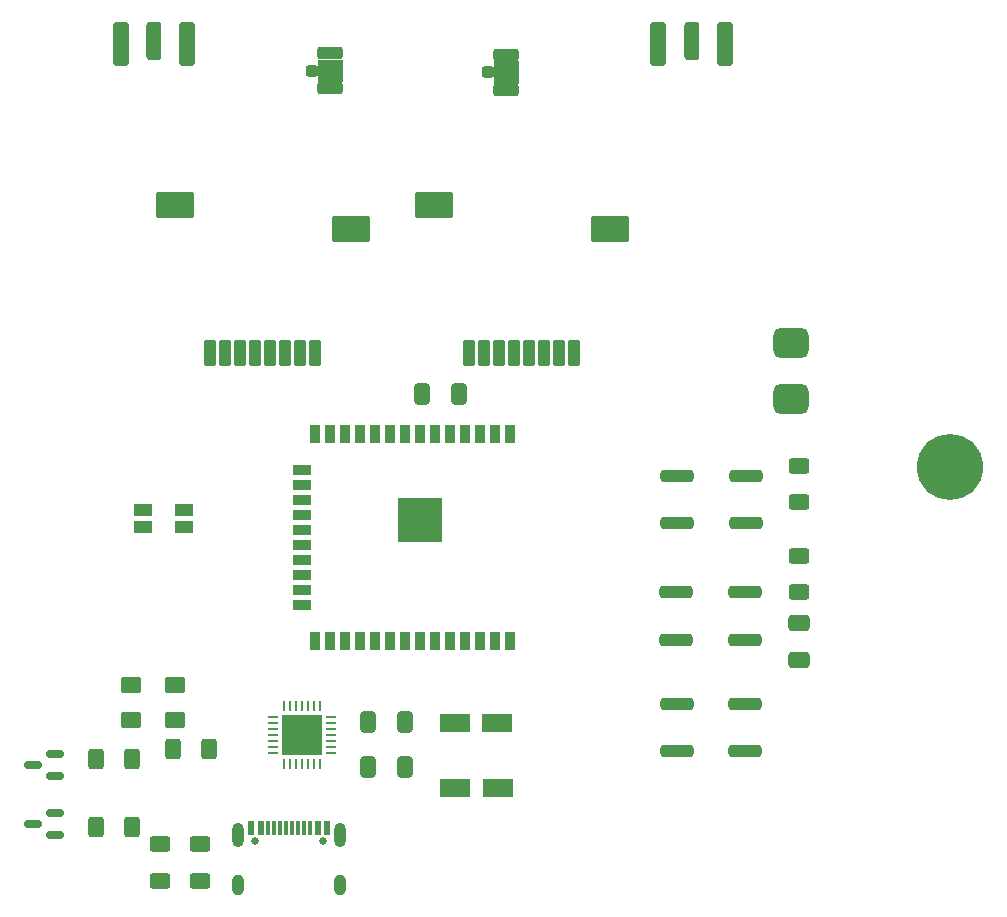
<source format=gbr>
%TF.GenerationSoftware,KiCad,Pcbnew,9.0.7*%
%TF.CreationDate,2026-01-28T06:25:16-03:00*%
%TF.ProjectId,jammerBT_v4,6a616d6d-6572-4425-945f-76342e6b6963,rev?*%
%TF.SameCoordinates,Original*%
%TF.FileFunction,Soldermask,Top*%
%TF.FilePolarity,Negative*%
%FSLAX46Y46*%
G04 Gerber Fmt 4.6, Leading zero omitted, Abs format (unit mm)*
G04 Created by KiCad (PCBNEW 9.0.7) date 2026-01-28 06:25:16*
%MOMM*%
%LPD*%
G01*
G04 APERTURE LIST*
G04 Aperture macros list*
%AMRoundRect*
0 Rectangle with rounded corners*
0 $1 Rounding radius*
0 $2 $3 $4 $5 $6 $7 $8 $9 X,Y pos of 4 corners*
0 Add a 4 corners polygon primitive as box body*
4,1,4,$2,$3,$4,$5,$6,$7,$8,$9,$2,$3,0*
0 Add four circle primitives for the rounded corners*
1,1,$1+$1,$2,$3*
1,1,$1+$1,$4,$5*
1,1,$1+$1,$6,$7*
1,1,$1+$1,$8,$9*
0 Add four rect primitives between the rounded corners*
20,1,$1+$1,$2,$3,$4,$5,0*
20,1,$1+$1,$4,$5,$6,$7,0*
20,1,$1+$1,$6,$7,$8,$9,0*
20,1,$1+$1,$8,$9,$2,$3,0*%
G04 Aperture macros list end*
%ADD10C,5.600000*%
%ADD11RoundRect,0.250000X-0.625000X0.400000X-0.625000X-0.400000X0.625000X-0.400000X0.625000X0.400000X0*%
%ADD12R,0.900000X1.500000*%
%ADD13R,1.500000X0.900000*%
%ADD14C,0.600000*%
%ADD15R,3.800000X3.800000*%
%ADD16RoundRect,0.250000X-1.050000X-0.550000X1.050000X-0.550000X1.050000X0.550000X-1.050000X0.550000X0*%
%ADD17RoundRect,0.250000X-1.150000X-0.250000X1.150000X-0.250000X1.150000X0.250000X-1.150000X0.250000X0*%
%ADD18RoundRect,0.250000X0.412500X0.650000X-0.412500X0.650000X-0.412500X-0.650000X0.412500X-0.650000X0*%
%ADD19RoundRect,0.250000X0.385000X1.350000X-0.385000X1.350000X-0.385000X-1.350000X0.385000X-1.350000X0*%
%ADD20RoundRect,0.250000X0.425000X1.600000X-0.425000X1.600000X-0.425000X-1.600000X0.425000X-1.600000X0*%
%ADD21RoundRect,0.250000X0.400000X0.625000X-0.400000X0.625000X-0.400000X-0.625000X0.400000X-0.625000X0*%
%ADD22RoundRect,0.250001X0.624999X-0.462499X0.624999X0.462499X-0.624999X0.462499X-0.624999X-0.462499X0*%
%ADD23RoundRect,0.150000X0.587500X0.150000X-0.587500X0.150000X-0.587500X-0.150000X0.587500X-0.150000X0*%
%ADD24RoundRect,0.101600X0.400000X-1.000000X0.400000X1.000000X-0.400000X1.000000X-0.400000X-1.000000X0*%
%ADD25RoundRect,0.101600X1.500000X1.000000X-1.500000X1.000000X-1.500000X-1.000000X1.500000X-1.000000X0*%
%ADD26RoundRect,0.250000X0.625000X-0.400000X0.625000X0.400000X-0.625000X0.400000X-0.625000X-0.400000X0*%
%ADD27C,0.650000*%
%ADD28R,0.600000X1.240000*%
%ADD29R,0.300000X1.240000*%
%ADD30O,1.000000X2.100000*%
%ADD31O,1.000000X1.800000*%
%ADD32R,1.500000X1.000000*%
%ADD33RoundRect,0.250000X-0.412500X-0.650000X0.412500X-0.650000X0.412500X0.650000X-0.412500X0.650000X0*%
%ADD34RoundRect,0.250000X-0.275000X-0.250000X0.275000X-0.250000X0.275000X0.250000X-0.275000X0.250000X0*%
%ADD35RoundRect,0.250000X-0.850000X-0.275000X0.850000X-0.275000X0.850000X0.275000X-0.850000X0.275000X0*%
%ADD36RoundRect,0.250000X0.650000X-0.412500X0.650000X0.412500X-0.650000X0.412500X-0.650000X-0.412500X0*%
%ADD37RoundRect,0.650000X0.850000X-0.650000X0.850000X0.650000X-0.850000X0.650000X-0.850000X-0.650000X0*%
%ADD38RoundRect,0.062500X0.062500X-0.337500X0.062500X0.337500X-0.062500X0.337500X-0.062500X-0.337500X0*%
%ADD39RoundRect,0.062500X0.337500X-0.062500X0.337500X0.062500X-0.337500X0.062500X-0.337500X-0.062500X0*%
%ADD40R,3.350000X3.350000*%
G04 APERTURE END LIST*
%TO.C,J2*%
G36*
X154585000Y-55545000D02*
G01*
X156675000Y-55545000D01*
X156675000Y-57425000D01*
X154585000Y-57425000D01*
X154585000Y-55545000D01*
G37*
%TO.C,J3*%
G36*
X169450000Y-55690000D02*
G01*
X171540000Y-55690000D01*
X171540000Y-57570000D01*
X169450000Y-57570000D01*
X169450000Y-55690000D01*
G37*
%TD*%
D10*
%TO.C,H1*%
X208080000Y-90020000D03*
%TD*%
D11*
%TO.C,R10*%
X141145000Y-121970000D03*
X141145000Y-125070000D03*
%TD*%
D12*
%TO.C,U4*%
X170780000Y-87260000D03*
X169510000Y-87260000D03*
X168240000Y-87260000D03*
X166970000Y-87260000D03*
X165700000Y-87260000D03*
X164430000Y-87260000D03*
X163160000Y-87260000D03*
X161890000Y-87260000D03*
X160620000Y-87260000D03*
X159350000Y-87260000D03*
X158080000Y-87260000D03*
X156810000Y-87260000D03*
X155540000Y-87260000D03*
X154270000Y-87260000D03*
D13*
X153175000Y-90295000D03*
X153175000Y-91565000D03*
X153175000Y-92835000D03*
X153175000Y-94105000D03*
X153175000Y-95375000D03*
X153175000Y-96645000D03*
X153175000Y-97915000D03*
X153175000Y-99185000D03*
X153175000Y-100455000D03*
X153175000Y-101725000D03*
D12*
X154270000Y-104760000D03*
X155540000Y-104760000D03*
X156810000Y-104760000D03*
X158080000Y-104760000D03*
X159350000Y-104760000D03*
X160620000Y-104760000D03*
X161890000Y-104760000D03*
X163160000Y-104760000D03*
X164430000Y-104760000D03*
X165700000Y-104760000D03*
X166970000Y-104760000D03*
X168240000Y-104760000D03*
X169510000Y-104760000D03*
X170780000Y-104760000D03*
D14*
X163915000Y-93110000D03*
X162515000Y-93110000D03*
X164615000Y-93810000D03*
X163215000Y-93810000D03*
X161815000Y-93810000D03*
X163915000Y-94510000D03*
D15*
X163215000Y-94510000D03*
D14*
X162515000Y-94510000D03*
X164615000Y-95210000D03*
X163215000Y-95210000D03*
X161815000Y-95210000D03*
X163915000Y-95910000D03*
X162515000Y-95910000D03*
%TD*%
D16*
%TO.C,C9*%
X166125000Y-111670000D03*
X169725000Y-111670000D03*
%TD*%
D17*
%TO.C,SW2*%
X184925000Y-110070000D03*
X190725000Y-110070000D03*
X184925000Y-114070000D03*
X190725000Y-114070000D03*
%TD*%
D18*
%TO.C,C6*%
X166522500Y-83820000D03*
X163397500Y-83820000D03*
%TD*%
D19*
%TO.C,J4*%
X140675000Y-53932500D03*
D20*
X137850000Y-54182500D03*
X143500000Y-54182500D03*
%TD*%
D21*
%TO.C,R12*%
X138833750Y-114750000D03*
X135733750Y-114750000D03*
%TD*%
D19*
%TO.C,J5*%
X186195000Y-53932500D03*
D20*
X183370000Y-54182500D03*
X189020000Y-54182500D03*
%TD*%
D17*
%TO.C,SW4*%
X184985000Y-90790000D03*
X190785000Y-90790000D03*
X184985000Y-94790000D03*
X190785000Y-94790000D03*
%TD*%
D22*
%TO.C,D5*%
X138735000Y-111447500D03*
X138735000Y-108472500D03*
%TD*%
D23*
%TO.C,Q2*%
X132276250Y-121190000D03*
X132276250Y-119290000D03*
X130401250Y-120240000D03*
%TD*%
D16*
%TO.C,C7*%
X166185000Y-117210000D03*
X169785000Y-117210000D03*
%TD*%
D24*
%TO.C,U5*%
X145422400Y-80380000D03*
X154312400Y-80380000D03*
D25*
X157335000Y-69879900D03*
X142450600Y-67857800D03*
D24*
X146692400Y-80380000D03*
X147962400Y-80380000D03*
X149232400Y-80380000D03*
X150502400Y-80380000D03*
X151772400Y-80380000D03*
X153042400Y-80380000D03*
%TD*%
D26*
%TO.C,R13*%
X195255000Y-100640000D03*
X195255000Y-97540000D03*
%TD*%
D27*
%TO.C,J7*%
X149225000Y-121705000D03*
X155005000Y-121705000D03*
D28*
X148915000Y-120585000D03*
X149715000Y-120585000D03*
D29*
X150865000Y-120585000D03*
X151865000Y-120585000D03*
X152365000Y-120585000D03*
X153365000Y-120585000D03*
D28*
X154515000Y-120585000D03*
X155315000Y-120585000D03*
X155315000Y-120585000D03*
X154515000Y-120585000D03*
D29*
X153865000Y-120585000D03*
X152865000Y-120585000D03*
X151365000Y-120585000D03*
X150365000Y-120585000D03*
D28*
X149715000Y-120585000D03*
X148915000Y-120585000D03*
D30*
X147795000Y-121185000D03*
D31*
X147795000Y-125385000D03*
D30*
X156435000Y-121185000D03*
D31*
X156435000Y-125385000D03*
%TD*%
D24*
%TO.C,U2*%
X167334600Y-80406000D03*
X176224600Y-80406000D03*
D25*
X179247200Y-69905900D03*
X164362800Y-67883800D03*
D24*
X168604600Y-80406000D03*
X169874600Y-80406000D03*
X171144600Y-80406000D03*
X172414600Y-80406000D03*
X173684600Y-80406000D03*
X174954600Y-80406000D03*
%TD*%
D32*
%TO.C,D1*%
X139725000Y-93710000D03*
X139725000Y-95110000D03*
X143225000Y-95110000D03*
X143225000Y-93710000D03*
%TD*%
D23*
%TO.C,Q1*%
X132276250Y-116230000D03*
X132276250Y-114330000D03*
X130401250Y-115280000D03*
%TD*%
D33*
%TO.C,C8*%
X158822500Y-115410000D03*
X161947500Y-115410000D03*
%TD*%
D21*
%TO.C,R11*%
X138833750Y-120480000D03*
X135733750Y-120480000D03*
%TD*%
D34*
%TO.C,J2*%
X154050000Y-56485000D03*
D35*
X155575000Y-55010000D03*
X155575000Y-57960000D03*
%TD*%
D26*
%TO.C,R14*%
X195255000Y-93020000D03*
X195255000Y-89920000D03*
%TD*%
D17*
%TO.C,SW3*%
X184905000Y-100650000D03*
X190705000Y-100650000D03*
X184905000Y-104650000D03*
X190705000Y-104650000D03*
%TD*%
D21*
%TO.C,R8*%
X145345000Y-113920000D03*
X142245000Y-113920000D03*
%TD*%
D36*
%TO.C,C1*%
X195275000Y-106402500D03*
X195275000Y-103277500D03*
%TD*%
D37*
%TO.C,SW1*%
X194585000Y-84265000D03*
X194585000Y-79565000D03*
%TD*%
D34*
%TO.C,J3*%
X168915000Y-56630000D03*
D35*
X170440000Y-55155000D03*
X170440000Y-58105000D03*
%TD*%
D11*
%TO.C,R9*%
X144590000Y-121960000D03*
X144590000Y-125060000D03*
%TD*%
D38*
%TO.C,U3*%
X151700000Y-115190000D03*
X152200000Y-115190000D03*
X152700000Y-115190000D03*
X153200000Y-115190000D03*
X153700000Y-115190000D03*
X154200000Y-115190000D03*
X154700000Y-115190000D03*
D39*
X155650000Y-114240000D03*
X155650000Y-113740000D03*
X155650000Y-113240000D03*
X155650000Y-112740000D03*
X155650000Y-112240000D03*
X155650000Y-111740000D03*
X155650000Y-111240000D03*
D38*
X154700000Y-110290000D03*
X154200000Y-110290000D03*
X153700000Y-110290000D03*
X153200000Y-110290000D03*
X152700000Y-110290000D03*
X152200000Y-110290000D03*
X151700000Y-110290000D03*
D39*
X150750000Y-111240000D03*
X150750000Y-111740000D03*
X150750000Y-112240000D03*
X150750000Y-112740000D03*
X150750000Y-113240000D03*
X150750000Y-113740000D03*
X150750000Y-114240000D03*
D40*
X153200000Y-112740000D03*
%TD*%
D22*
%TO.C,D4*%
X142430000Y-111447500D03*
X142430000Y-108472500D03*
%TD*%
D33*
%TO.C,C10*%
X158822500Y-111610000D03*
X161947500Y-111610000D03*
%TD*%
M02*

</source>
